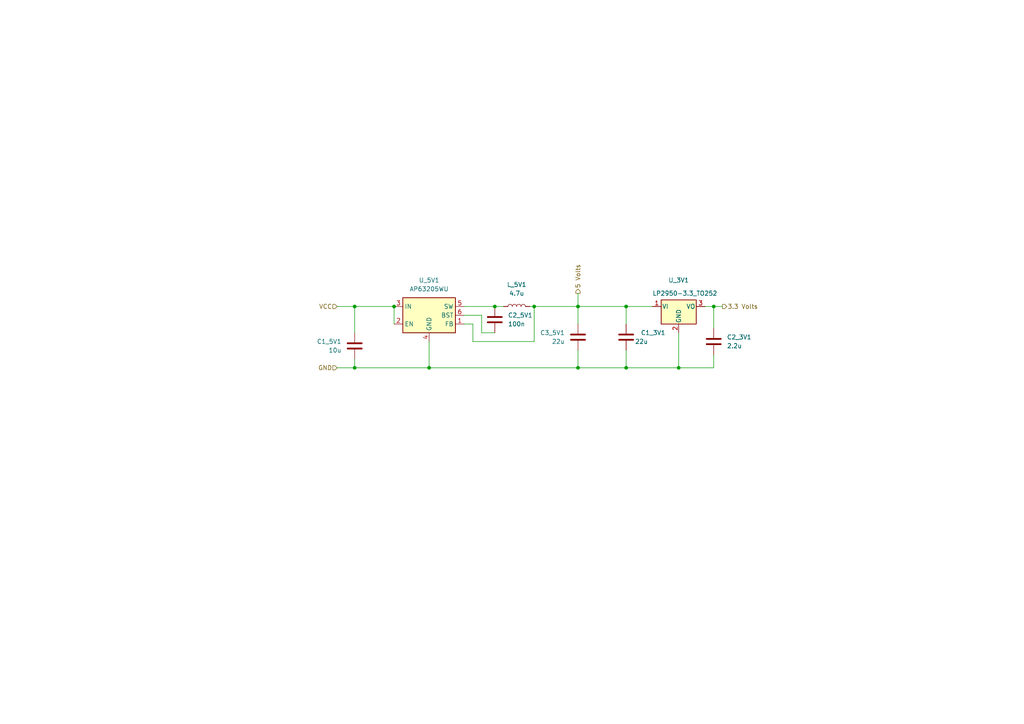
<source format=kicad_sch>
(kicad_sch (version 20211123) (generator eeschema)
  (paper "A4")
  (title_block (title "Channel 1 Power Rails") (date "2022-09-12") (rev "1") (company "George Mason University") (comment 1 "powered off the 3.3 volt rail.") (comment 2 "display as it requires it. The rest of the perphierals and the MCU are") (comment 3 "side. The 5 volts rail is only used to power the 20x04 character LCD") (comment 4 "This supplys the 5 volts and 3.3 volts rail for the primary digital"))
  (lib_symbols
    (symbol "Device:C" (pin_numbers hide) (pin_names (offset 0.254))
      (property "Reference" "C" (at 0.635 2.54 0))
      (property "Value" "C" (at 0.635 -2.54 0))
      (symbol "C_0_1"
        (polyline (pts (xy -2.032 -0.762) (xy 2.032 -0.762)) (stroke (width 0.508)))
        (polyline (pts (xy -2.032 0.762) (xy 2.032 0.762)) (stroke (width 0.508)))
      )
      (symbol "C_1_1"
        (pin passive line (at 0 3.81 270) (length 2.794) (name "~") (number "1"))
        (pin passive line (at 0 -3.81 90) (length 2.794) (name "~") (number "2"))
      )
    )
    (symbol "Device:L" (pin_numbers hide) (pin_names (offset 1.016) hide)
      (property "Reference" "L" (at -1.27 0 90))
      (property "Value" "L" (at 1.905 0 90))
      (symbol "L_0_1"
        (arc (start 0 -2.54) (mid 0.635 -1.905) (end 0 -1.27))
        (arc (start 0 -1.27) (mid 0.635 -0.635) (end 0 0))
        (arc (start 0 0) (mid 0.635 0.635) (end 0 1.27))
        (arc (start 0 1.27) (mid 0.635 1.905) (end 0 2.54))
      )
      (symbol "L_1_1"
        (pin passive line (at 0 3.81 270) (length 1.27) (name "1") (number "1"))
        (pin passive line (at 0 -3.81 90) (length 1.27) (name "2") (number "2"))
      )
    )
    (symbol "Regulator_Linear:LP2950-3.3_TO252" (pin_names (offset 0.254))
      (property "Reference" "U" (at -3.81 3.175 0))
      (property "Value" "LP2950-3.3_TO252" (at 0 3.175 0))
      (symbol "LP2950-3.3_TO252_0_1"
        (rectangle (start -5.08 1.905) (end 5.08 -5.08) (stroke (width 0.254)) (fill (type background)))
      )
      (symbol "LP2950-3.3_TO252_1_1"
        (pin power_in line (at -7.62 0 0) (length 2.54) (name "VI") (number "1"))
        (pin power_in line (at 0 -7.62 90) (length 2.54) (name "GND") (number "2"))
        (pin power_out line (at 7.62 0 180) (length 2.54) (name "VO") (number "3"))
      )
    )
    (symbol "Regulator_Switching:AP63205WU"
      (property "Reference" "U" (at -7.62 6.35 0))
      (property "Value" "AP63205WU" (at 2.54 6.35 0))
      (symbol "AP63205WU_0_1"
        (rectangle (start -7.62 5.08) (end 7.62 -5.08) (stroke (width 0.254)) (fill (type background)))
      )
      (symbol "AP63205WU_1_1"
        (pin input line (at 10.16 -2.54 180) (length 2.54) (name "FB") (number "1"))
        (pin input line (at -10.16 -2.54 0) (length 2.54) (name "EN") (number "2"))
        (pin power_in line (at -10.16 2.54 0) (length 2.54) (name "IN") (number "3"))
        (pin power_in line (at 0 -7.62 90) (length 2.54) (name "GND") (number "4"))
        (pin output line (at 10.16 2.54 180) (length 2.54) (name "SW") (number "5"))
        (pin passive line (at 10.16 0 180) (length 2.54) (name "BST") (number "6"))
      )
    )
  )
  (junction (at 102.87 106.68))
  (junction (at 114.3 88.9))
  (junction (at 124.46 106.68))
  (junction (at 207.01 88.9))
  (junction (at 196.85 106.68))
  (junction (at 167.64 88.9))
  (junction (at 181.61 88.9))
  (junction (at 181.61 106.68))
  (junction (at 167.64 106.68))
  (junction (at 143.51 88.9))
  (junction (at 102.87 88.9))
  (junction (at 154.94 88.9))
  (wire (pts (xy 167.64 88.9) (xy 181.61 88.9)))
  (wire (pts (xy 207.01 95.25) (xy 207.01 88.9)))
  (wire (pts (xy 207.01 106.68) (xy 196.85 106.68)))
  (wire (pts (xy 102.87 88.9) (xy 114.3 88.9)))
  (wire (pts (xy 137.16 93.98) (xy 134.62 93.98)))
  (wire (pts (xy 181.61 88.9) (xy 181.61 93.98)))
  (wire (pts (xy 97.79 88.9) (xy 102.87 88.9)))
  (wire (pts (xy 124.46 99.06) (xy 124.46 106.68)))
  (wire (pts (xy 154.94 99.06) (xy 137.16 99.06)))
  (wire (pts (xy 207.01 88.9) (xy 204.47 88.9)))
  (wire (pts (xy 207.01 88.9) (xy 209.55 88.9)))
  (wire (pts (xy 181.61 101.6) (xy 181.61 106.68)))
  (wire (pts (xy 167.64 101.6) (xy 167.64 106.68)))
  (wire (pts (xy 114.3 88.9) (xy 114.3 93.98)))
  (wire (pts (xy 134.62 88.9) (xy 143.51 88.9)))
  (wire (pts (xy 137.16 99.06) (xy 137.16 93.98)))
  (wire (pts (xy 167.64 106.68) (xy 181.61 106.68)))
  (wire (pts (xy 207.01 102.87) (xy 207.01 106.68)))
  (wire (pts (xy 139.7 91.44) (xy 134.62 91.44)))
  (wire (pts (xy 102.87 104.14) (xy 102.87 106.68)))
  (wire (pts (xy 143.51 96.52) (xy 139.7 96.52)))
  (wire (pts (xy 154.94 88.9) (xy 167.64 88.9)))
  (wire (pts (xy 181.61 106.68) (xy 196.85 106.68)))
  (wire (pts (xy 167.64 88.9) (xy 167.64 93.98)))
  (wire (pts (xy 139.7 96.52) (xy 139.7 91.44)))
  (wire (pts (xy 102.87 96.52) (xy 102.87 88.9)))
  (wire (pts (xy 167.64 85.09) (xy 167.64 88.9)))
  (wire (pts (xy 181.61 88.9) (xy 189.23 88.9)))
  (wire (pts (xy 196.85 106.68) (xy 196.85 96.52)))
  (wire (pts (xy 97.79 106.68) (xy 102.87 106.68)))
  (wire (pts (xy 143.51 88.9) (xy 146.05 88.9)))
  (wire (pts (xy 154.94 88.9) (xy 154.94 99.06)))
  (wire (pts (xy 102.87 106.68) (xy 124.46 106.68)))
  (wire (pts (xy 124.46 106.68) (xy 167.64 106.68)))
  (wire (pts (xy 153.67 88.9) (xy 154.94 88.9)))
  (hierarchical_label "GND" (shape input) (at 97.79 106.68 180))
  (hierarchical_label "3.3 Volts" (shape output) (at 209.55 88.9 0))
  (hierarchical_label "VCC" (shape input) (at 97.79 88.9 180))
  (hierarchical_label "5 Volts" (shape output) (at 167.64 85.09 90))
  (symbol (lib_id "Device:C") (at 181.61 97.79 0) (mirror x) (unit 1)
    (property "Reference" "C1_3V1" (at 193.04 96.52 0) (effects (justify right)))
    (property "Value" "22u" (at 187.96 99.06 0) (effects (justify right)))
    (property "Footprint" "Capacitor_SMD:C_1210_3225Metric" (effects hide))
  )
  (symbol (lib_id "Device:C") (at 207.01 99.06 0) (unit 1)
    (property "Reference" "C2_3V1" (at 210.82 97.7899 0) (effects (justify left)))
    (property "Value" "2.2u" (at 210.82 100.3299 0) (effects (justify left)))
    (property "Footprint" "Capacitor_SMD:C_0805_2012Metric" (effects hide))
  )
  (symbol (lib_id "Device:L") (at 149.86 88.9 90) (unit 1)
    (property "Reference" "L_5V1" (at 149.86 82.55 90))
    (property "Value" "4.7u" (at 149.86 85.09 90))
    (property "Footprint" "Inductor_SMD:L_Sumida_CDMC6D28_7.25x6.5mm" (effects hide))
  )
  (symbol (lib_id "Regulator_Linear:LP2950-3.3_TO252") (at 196.85 88.9 0) (unit 1)
    (property "Reference" "U_3V1" (at 196.85 81.28 0))
    (property "Value" "LP2950-3.3_TO252" (at 189.23 85.09 0) (effects (justify left)))
    (property "Footprint" "Package_TO_SOT_SMD:TO-252-2" (effects hide))
    (property "Datasheet" "http://www.ti.com/lit/ds/symlink/lp2950.pdf" (effects hide))
  )
  (symbol (lib_id "Device:C") (at 102.87 100.33 0) (mirror x) (unit 1)
    (property "Reference" "C1_5V1" (at 99.06 99.0599 0) (effects (justify right)))
    (property "Value" "10u" (at 99.06 101.5999 0) (effects (justify right)))
    (property "Footprint" "Capacitor_SMD:C_1206_3216Metric" (effects hide))
  )
  (symbol (lib_id "Device:C") (at 167.64 97.79 0) (mirror x) (unit 1)
    (property "Reference" "C3_5V1" (at 163.83 96.5199 0) (effects (justify right)))
    (property "Value" "22u" (at 163.83 99.0599 0) (effects (justify right)))
    (property "Footprint" "Capacitor_SMD:C_1210_3225Metric" (effects hide))
  )
  (symbol (lib_id "Device:C") (at 143.51 92.71 0) (unit 1)
    (property "Reference" "C2_5V1" (at 147.32 91.4399 0) (effects (justify left)))
    (property "Value" "100n" (at 147.32 93.9799 0) (effects (justify left)))
    (property "Footprint" "Capacitor_SMD:C_0603_1608Metric" (effects hide))
  )
  (symbol (lib_id "Regulator_Switching:AP63205WU") (at 124.46 91.44 0) (unit 1)
    (property "Reference" "U_5V1" (at 124.46 81.28 0))
    (property "Value" "AP63205WU" (at 124.46 83.82 0))
    (property "Footprint" "Package_TO_SOT_SMD:TSOT-23-6" (effects hide))
    (property "Datasheet" "https://www.diodes.com/assets/Datasheets/AP63200-AP63201-AP63203-AP63205.pdf" (effects hide))
  )
)
</source>
